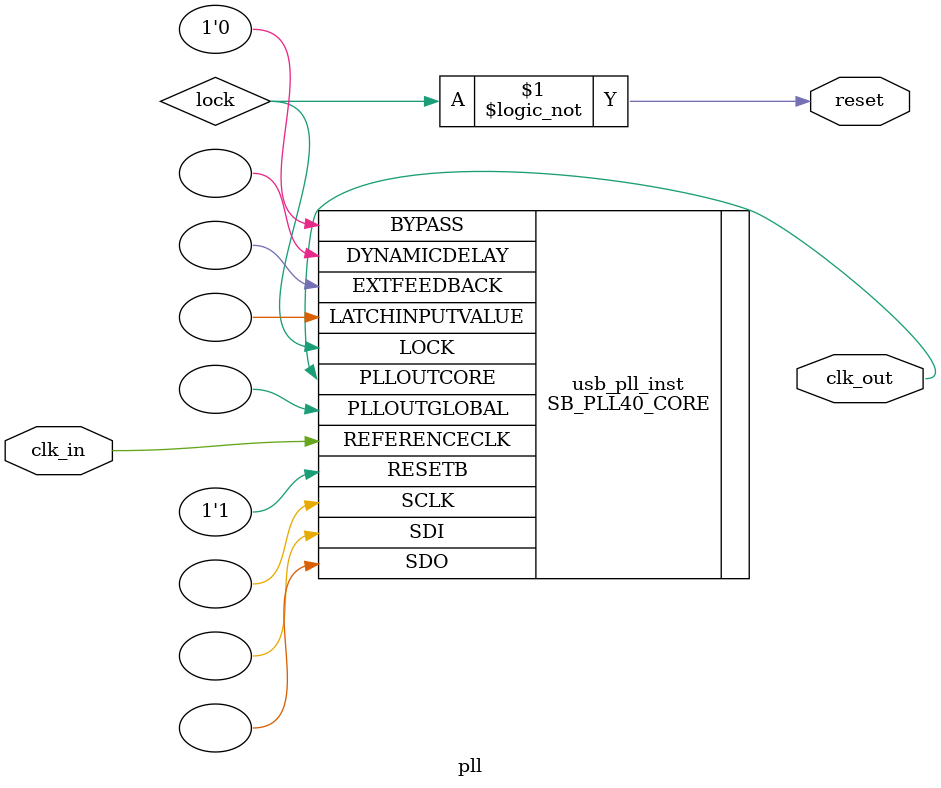
<source format=v>
`timescale 1ns/1ns
module pll (
  // 16MHz clock input
  input  clk_in,
  // 50MHz clock output
  output clk_out,
  // high-level valid
  output reset
  );

  /////////////////////////////////////////
  // generate 50 mhz clock
  /////////////////////////////////////////
  wire lock;
  assign reset = !lock;
  
  SB_PLL40_CORE #(
    .DIVR(4'b0000),
    .DIVF(7'b011_0001),
    .DIVQ(3'b100),
    .FILTER_RANGE(3'b001),
    .FEEDBACK_PATH("SIMPLE"),
    .DELAY_ADJUSTMENT_MODE_FEEDBACK("FIXED"),
    .FDA_FEEDBACK(4'b0000),
    .DELAY_ADJUSTMENT_MODE_RELATIVE("FIXED"),
    .FDA_RELATIVE(4'b0000),
    .SHIFTREG_DIV_MODE(2'b00),
    .PLLOUT_SELECT("GENCLK"),
    .ENABLE_ICEGATE(1'b0)
  ) usb_pll_inst (
    .REFERENCECLK(clk_in),
    .PLLOUTCORE(clk_out),
    .PLLOUTGLOBAL(),
    .EXTFEEDBACK(),
    .DYNAMICDELAY(),
    .RESETB(1'b1),
    .BYPASS(1'b0),
    .LATCHINPUTVALUE(),
    .LOCK(lock),
    .SDI(),
    .SDO(),
    .SCLK()
  );

endmodule

</source>
